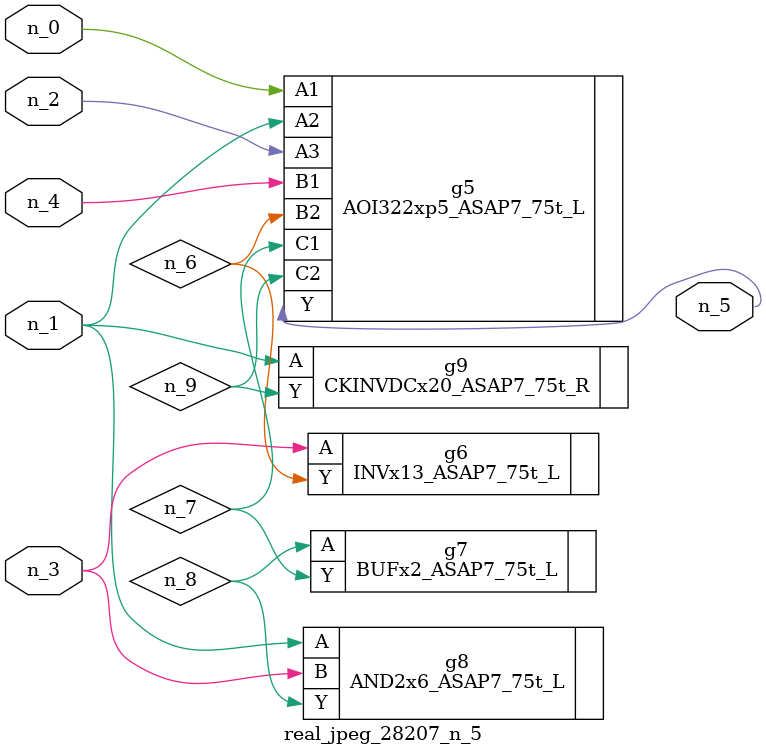
<source format=v>
module real_jpeg_28207_n_5 (n_4, n_0, n_1, n_2, n_3, n_5);

input n_4;
input n_0;
input n_1;
input n_2;
input n_3;

output n_5;

wire n_8;
wire n_6;
wire n_7;
wire n_9;

AOI322xp5_ASAP7_75t_L g5 ( 
.A1(n_0),
.A2(n_1),
.A3(n_2),
.B1(n_4),
.B2(n_6),
.C1(n_7),
.C2(n_9),
.Y(n_5)
);

AND2x6_ASAP7_75t_L g8 ( 
.A(n_1),
.B(n_3),
.Y(n_8)
);

CKINVDCx20_ASAP7_75t_R g9 ( 
.A(n_1),
.Y(n_9)
);

INVx13_ASAP7_75t_L g6 ( 
.A(n_3),
.Y(n_6)
);

BUFx2_ASAP7_75t_L g7 ( 
.A(n_8),
.Y(n_7)
);


endmodule
</source>
